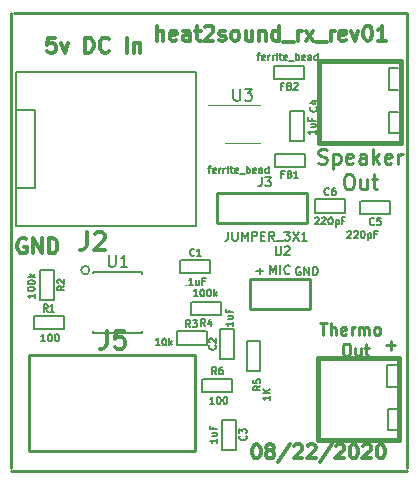
<source format=gbr>
G04 #@! TF.GenerationSoftware,KiCad,Pcbnew,5.1.5-52549c5~86~ubuntu18.04.1*
G04 #@! TF.CreationDate,2020-08-23T11:51:57-07:00*
G04 #@! TF.ProjectId,heat2sound_rx_rev01,68656174-3273-46f7-956e-645f72785f72,rev?*
G04 #@! TF.SameCoordinates,Original*
G04 #@! TF.FileFunction,Legend,Top*
G04 #@! TF.FilePolarity,Positive*
%FSLAX46Y46*%
G04 Gerber Fmt 4.6, Leading zero omitted, Abs format (unit mm)*
G04 Created by KiCad (PCBNEW 5.1.5-52549c5~86~ubuntu18.04.1) date 2020-08-23 11:51:57*
%MOMM*%
%LPD*%
G04 APERTURE LIST*
%ADD10C,0.250000*%
%ADD11C,0.175000*%
%ADD12C,0.254000*%
%ADD13C,0.300000*%
%ADD14C,0.317500*%
%ADD15C,0.304800*%
%ADD16C,0.127000*%
%ADD17C,0.200660*%
%ADD18C,0.150000*%
%ADD19C,0.381000*%
%ADD20C,0.200000*%
%ADD21C,0.120000*%
%ADD22C,0.190500*%
G04 APERTURE END LIST*
D10*
X183719047Y-125371428D02*
X184480952Y-125371428D01*
X184100000Y-125752380D02*
X184100000Y-124990476D01*
D11*
X176466666Y-118750000D02*
X176400000Y-118716666D01*
X176300000Y-118716666D01*
X176200000Y-118750000D01*
X176133333Y-118816666D01*
X176100000Y-118883333D01*
X176066666Y-119016666D01*
X176066666Y-119116666D01*
X176100000Y-119250000D01*
X176133333Y-119316666D01*
X176200000Y-119383333D01*
X176300000Y-119416666D01*
X176366666Y-119416666D01*
X176466666Y-119383333D01*
X176500000Y-119350000D01*
X176500000Y-119116666D01*
X176366666Y-119116666D01*
X176800000Y-119416666D02*
X176800000Y-118716666D01*
X177200000Y-119416666D01*
X177200000Y-118716666D01*
X177533333Y-119416666D02*
X177533333Y-118716666D01*
X177700000Y-118716666D01*
X177800000Y-118750000D01*
X177866666Y-118816666D01*
X177900000Y-118883333D01*
X177933333Y-119016666D01*
X177933333Y-119116666D01*
X177900000Y-119250000D01*
X177866666Y-119316666D01*
X177800000Y-119383333D01*
X177700000Y-119416666D01*
X177533333Y-119416666D01*
X172733333Y-119050000D02*
X173266666Y-119050000D01*
X173000000Y-119316666D02*
X173000000Y-118783333D01*
D12*
X152000000Y-135750000D02*
X152000000Y-97250000D01*
X185500000Y-136000000D02*
X152000000Y-136000000D01*
X185500000Y-97250000D02*
X185500000Y-135750000D01*
X152250000Y-97250000D02*
X185500000Y-97250000D01*
D13*
X172685714Y-133742857D02*
X172800000Y-133742857D01*
X172914285Y-133800000D01*
X172971428Y-133857142D01*
X173028571Y-133971428D01*
X173085714Y-134200000D01*
X173085714Y-134485714D01*
X173028571Y-134714285D01*
X172971428Y-134828571D01*
X172914285Y-134885714D01*
X172800000Y-134942857D01*
X172685714Y-134942857D01*
X172571428Y-134885714D01*
X172514285Y-134828571D01*
X172457142Y-134714285D01*
X172400000Y-134485714D01*
X172400000Y-134200000D01*
X172457142Y-133971428D01*
X172514285Y-133857142D01*
X172571428Y-133800000D01*
X172685714Y-133742857D01*
X173771428Y-134257142D02*
X173657142Y-134200000D01*
X173600000Y-134142857D01*
X173542857Y-134028571D01*
X173542857Y-133971428D01*
X173600000Y-133857142D01*
X173657142Y-133800000D01*
X173771428Y-133742857D01*
X174000000Y-133742857D01*
X174114285Y-133800000D01*
X174171428Y-133857142D01*
X174228571Y-133971428D01*
X174228571Y-134028571D01*
X174171428Y-134142857D01*
X174114285Y-134200000D01*
X174000000Y-134257142D01*
X173771428Y-134257142D01*
X173657142Y-134314285D01*
X173600000Y-134371428D01*
X173542857Y-134485714D01*
X173542857Y-134714285D01*
X173600000Y-134828571D01*
X173657142Y-134885714D01*
X173771428Y-134942857D01*
X174000000Y-134942857D01*
X174114285Y-134885714D01*
X174171428Y-134828571D01*
X174228571Y-134714285D01*
X174228571Y-134485714D01*
X174171428Y-134371428D01*
X174114285Y-134314285D01*
X174000000Y-134257142D01*
X175600000Y-133685714D02*
X174571428Y-135228571D01*
X175942857Y-133857142D02*
X176000000Y-133800000D01*
X176114285Y-133742857D01*
X176400000Y-133742857D01*
X176514285Y-133800000D01*
X176571428Y-133857142D01*
X176628571Y-133971428D01*
X176628571Y-134085714D01*
X176571428Y-134257142D01*
X175885714Y-134942857D01*
X176628571Y-134942857D01*
X177085714Y-133857142D02*
X177142857Y-133800000D01*
X177257142Y-133742857D01*
X177542857Y-133742857D01*
X177657142Y-133800000D01*
X177714285Y-133857142D01*
X177771428Y-133971428D01*
X177771428Y-134085714D01*
X177714285Y-134257142D01*
X177028571Y-134942857D01*
X177771428Y-134942857D01*
X179142857Y-133685714D02*
X178114285Y-135228571D01*
X179485714Y-133857142D02*
X179542857Y-133800000D01*
X179657142Y-133742857D01*
X179942857Y-133742857D01*
X180057142Y-133800000D01*
X180114285Y-133857142D01*
X180171428Y-133971428D01*
X180171428Y-134085714D01*
X180114285Y-134257142D01*
X179428571Y-134942857D01*
X180171428Y-134942857D01*
X180914285Y-133742857D02*
X181028571Y-133742857D01*
X181142857Y-133800000D01*
X181200000Y-133857142D01*
X181257142Y-133971428D01*
X181314285Y-134200000D01*
X181314285Y-134485714D01*
X181257142Y-134714285D01*
X181200000Y-134828571D01*
X181142857Y-134885714D01*
X181028571Y-134942857D01*
X180914285Y-134942857D01*
X180800000Y-134885714D01*
X180742857Y-134828571D01*
X180685714Y-134714285D01*
X180628571Y-134485714D01*
X180628571Y-134200000D01*
X180685714Y-133971428D01*
X180742857Y-133857142D01*
X180800000Y-133800000D01*
X180914285Y-133742857D01*
X181771428Y-133857142D02*
X181828571Y-133800000D01*
X181942857Y-133742857D01*
X182228571Y-133742857D01*
X182342857Y-133800000D01*
X182400000Y-133857142D01*
X182457142Y-133971428D01*
X182457142Y-134085714D01*
X182400000Y-134257142D01*
X181714285Y-134942857D01*
X182457142Y-134942857D01*
X183200000Y-133742857D02*
X183314285Y-133742857D01*
X183428571Y-133800000D01*
X183485714Y-133857142D01*
X183542857Y-133971428D01*
X183600000Y-134200000D01*
X183600000Y-134485714D01*
X183542857Y-134714285D01*
X183485714Y-134828571D01*
X183428571Y-134885714D01*
X183314285Y-134942857D01*
X183200000Y-134942857D01*
X183085714Y-134885714D01*
X183028571Y-134828571D01*
X182971428Y-134714285D01*
X182914285Y-134485714D01*
X182914285Y-134200000D01*
X182971428Y-133971428D01*
X183028571Y-133857142D01*
X183085714Y-133800000D01*
X183200000Y-133742857D01*
D10*
X178123809Y-123477380D02*
X178695238Y-123477380D01*
X178409523Y-124477380D02*
X178409523Y-123477380D01*
X179028571Y-124477380D02*
X179028571Y-123477380D01*
X179457142Y-124477380D02*
X179457142Y-123953571D01*
X179409523Y-123858333D01*
X179314285Y-123810714D01*
X179171428Y-123810714D01*
X179076190Y-123858333D01*
X179028571Y-123905952D01*
X180314285Y-124429761D02*
X180219047Y-124477380D01*
X180028571Y-124477380D01*
X179933333Y-124429761D01*
X179885714Y-124334523D01*
X179885714Y-123953571D01*
X179933333Y-123858333D01*
X180028571Y-123810714D01*
X180219047Y-123810714D01*
X180314285Y-123858333D01*
X180361904Y-123953571D01*
X180361904Y-124048809D01*
X179885714Y-124144047D01*
X180790476Y-124477380D02*
X180790476Y-123810714D01*
X180790476Y-124001190D02*
X180838095Y-123905952D01*
X180885714Y-123858333D01*
X180980952Y-123810714D01*
X181076190Y-123810714D01*
X181409523Y-124477380D02*
X181409523Y-123810714D01*
X181409523Y-123905952D02*
X181457142Y-123858333D01*
X181552380Y-123810714D01*
X181695238Y-123810714D01*
X181790476Y-123858333D01*
X181838095Y-123953571D01*
X181838095Y-124477380D01*
X181838095Y-123953571D02*
X181885714Y-123858333D01*
X181980952Y-123810714D01*
X182123809Y-123810714D01*
X182219047Y-123858333D01*
X182266666Y-123953571D01*
X182266666Y-124477380D01*
X182885714Y-124477380D02*
X182790476Y-124429761D01*
X182742857Y-124382142D01*
X182695238Y-124286904D01*
X182695238Y-124001190D01*
X182742857Y-123905952D01*
X182790476Y-123858333D01*
X182885714Y-123810714D01*
X183028571Y-123810714D01*
X183123809Y-123858333D01*
X183171428Y-123905952D01*
X183219047Y-124001190D01*
X183219047Y-124286904D01*
X183171428Y-124382142D01*
X183123809Y-124429761D01*
X183028571Y-124477380D01*
X182885714Y-124477380D01*
X180266666Y-125227380D02*
X180457142Y-125227380D01*
X180552380Y-125275000D01*
X180647619Y-125370238D01*
X180695238Y-125560714D01*
X180695238Y-125894047D01*
X180647619Y-126084523D01*
X180552380Y-126179761D01*
X180457142Y-126227380D01*
X180266666Y-126227380D01*
X180171428Y-126179761D01*
X180076190Y-126084523D01*
X180028571Y-125894047D01*
X180028571Y-125560714D01*
X180076190Y-125370238D01*
X180171428Y-125275000D01*
X180266666Y-125227380D01*
X181552380Y-125560714D02*
X181552380Y-126227380D01*
X181123809Y-125560714D02*
X181123809Y-126084523D01*
X181171428Y-126179761D01*
X181266666Y-126227380D01*
X181409523Y-126227380D01*
X181504761Y-126179761D01*
X181552380Y-126132142D01*
X181885714Y-125560714D02*
X182266666Y-125560714D01*
X182028571Y-125227380D02*
X182028571Y-126084523D01*
X182076190Y-126179761D01*
X182171428Y-126227380D01*
X182266666Y-126227380D01*
X177992380Y-109936547D02*
X178173809Y-109997023D01*
X178476190Y-109997023D01*
X178597142Y-109936547D01*
X178657619Y-109876071D01*
X178718095Y-109755119D01*
X178718095Y-109634166D01*
X178657619Y-109513214D01*
X178597142Y-109452738D01*
X178476190Y-109392261D01*
X178234285Y-109331785D01*
X178113333Y-109271309D01*
X178052857Y-109210833D01*
X177992380Y-109089880D01*
X177992380Y-108968928D01*
X178052857Y-108847976D01*
X178113333Y-108787500D01*
X178234285Y-108727023D01*
X178536666Y-108727023D01*
X178718095Y-108787500D01*
X179262380Y-109150357D02*
X179262380Y-110420357D01*
X179262380Y-109210833D02*
X179383333Y-109150357D01*
X179625238Y-109150357D01*
X179746190Y-109210833D01*
X179806666Y-109271309D01*
X179867142Y-109392261D01*
X179867142Y-109755119D01*
X179806666Y-109876071D01*
X179746190Y-109936547D01*
X179625238Y-109997023D01*
X179383333Y-109997023D01*
X179262380Y-109936547D01*
X180895238Y-109936547D02*
X180774285Y-109997023D01*
X180532380Y-109997023D01*
X180411428Y-109936547D01*
X180350952Y-109815595D01*
X180350952Y-109331785D01*
X180411428Y-109210833D01*
X180532380Y-109150357D01*
X180774285Y-109150357D01*
X180895238Y-109210833D01*
X180955714Y-109331785D01*
X180955714Y-109452738D01*
X180350952Y-109573690D01*
X182044285Y-109997023D02*
X182044285Y-109331785D01*
X181983809Y-109210833D01*
X181862857Y-109150357D01*
X181620952Y-109150357D01*
X181500000Y-109210833D01*
X182044285Y-109936547D02*
X181923333Y-109997023D01*
X181620952Y-109997023D01*
X181500000Y-109936547D01*
X181439523Y-109815595D01*
X181439523Y-109694642D01*
X181500000Y-109573690D01*
X181620952Y-109513214D01*
X181923333Y-109513214D01*
X182044285Y-109452738D01*
X182649047Y-109997023D02*
X182649047Y-108727023D01*
X182770000Y-109513214D02*
X183132857Y-109997023D01*
X183132857Y-109150357D02*
X182649047Y-109634166D01*
X184160952Y-109936547D02*
X184040000Y-109997023D01*
X183798095Y-109997023D01*
X183677142Y-109936547D01*
X183616666Y-109815595D01*
X183616666Y-109331785D01*
X183677142Y-109210833D01*
X183798095Y-109150357D01*
X184040000Y-109150357D01*
X184160952Y-109210833D01*
X184221428Y-109331785D01*
X184221428Y-109452738D01*
X183616666Y-109573690D01*
X184765714Y-109997023D02*
X184765714Y-109150357D01*
X184765714Y-109392261D02*
X184826190Y-109271309D01*
X184886666Y-109210833D01*
X185007619Y-109150357D01*
X185128571Y-109150357D01*
X180441666Y-110882023D02*
X180683571Y-110882023D01*
X180804523Y-110942500D01*
X180925476Y-111063452D01*
X180985952Y-111305357D01*
X180985952Y-111728690D01*
X180925476Y-111970595D01*
X180804523Y-112091547D01*
X180683571Y-112152023D01*
X180441666Y-112152023D01*
X180320714Y-112091547D01*
X180199761Y-111970595D01*
X180139285Y-111728690D01*
X180139285Y-111305357D01*
X180199761Y-111063452D01*
X180320714Y-110942500D01*
X180441666Y-110882023D01*
X182074523Y-111305357D02*
X182074523Y-112152023D01*
X181530238Y-111305357D02*
X181530238Y-111970595D01*
X181590714Y-112091547D01*
X181711666Y-112152023D01*
X181893095Y-112152023D01*
X182014047Y-112091547D01*
X182074523Y-112031071D01*
X182497857Y-111305357D02*
X182981666Y-111305357D01*
X182679285Y-110882023D02*
X182679285Y-111970595D01*
X182739761Y-112091547D01*
X182860714Y-112152023D01*
X182981666Y-112152023D01*
D14*
X164323809Y-99574523D02*
X164323809Y-98304523D01*
X164868095Y-99574523D02*
X164868095Y-98909285D01*
X164807619Y-98788333D01*
X164686666Y-98727857D01*
X164505238Y-98727857D01*
X164384285Y-98788333D01*
X164323809Y-98848809D01*
X165956666Y-99514047D02*
X165835714Y-99574523D01*
X165593809Y-99574523D01*
X165472857Y-99514047D01*
X165412380Y-99393095D01*
X165412380Y-98909285D01*
X165472857Y-98788333D01*
X165593809Y-98727857D01*
X165835714Y-98727857D01*
X165956666Y-98788333D01*
X166017142Y-98909285D01*
X166017142Y-99030238D01*
X165412380Y-99151190D01*
X167105714Y-99574523D02*
X167105714Y-98909285D01*
X167045238Y-98788333D01*
X166924285Y-98727857D01*
X166682380Y-98727857D01*
X166561428Y-98788333D01*
X167105714Y-99514047D02*
X166984761Y-99574523D01*
X166682380Y-99574523D01*
X166561428Y-99514047D01*
X166500952Y-99393095D01*
X166500952Y-99272142D01*
X166561428Y-99151190D01*
X166682380Y-99090714D01*
X166984761Y-99090714D01*
X167105714Y-99030238D01*
X167529047Y-98727857D02*
X168012857Y-98727857D01*
X167710476Y-98304523D02*
X167710476Y-99393095D01*
X167770952Y-99514047D01*
X167891904Y-99574523D01*
X168012857Y-99574523D01*
X168375714Y-98425476D02*
X168436190Y-98365000D01*
X168557142Y-98304523D01*
X168859523Y-98304523D01*
X168980476Y-98365000D01*
X169040952Y-98425476D01*
X169101428Y-98546428D01*
X169101428Y-98667380D01*
X169040952Y-98848809D01*
X168315238Y-99574523D01*
X169101428Y-99574523D01*
X169585238Y-99514047D02*
X169706190Y-99574523D01*
X169948095Y-99574523D01*
X170069047Y-99514047D01*
X170129523Y-99393095D01*
X170129523Y-99332619D01*
X170069047Y-99211666D01*
X169948095Y-99151190D01*
X169766666Y-99151190D01*
X169645714Y-99090714D01*
X169585238Y-98969761D01*
X169585238Y-98909285D01*
X169645714Y-98788333D01*
X169766666Y-98727857D01*
X169948095Y-98727857D01*
X170069047Y-98788333D01*
X170855238Y-99574523D02*
X170734285Y-99514047D01*
X170673809Y-99453571D01*
X170613333Y-99332619D01*
X170613333Y-98969761D01*
X170673809Y-98848809D01*
X170734285Y-98788333D01*
X170855238Y-98727857D01*
X171036666Y-98727857D01*
X171157619Y-98788333D01*
X171218095Y-98848809D01*
X171278571Y-98969761D01*
X171278571Y-99332619D01*
X171218095Y-99453571D01*
X171157619Y-99514047D01*
X171036666Y-99574523D01*
X170855238Y-99574523D01*
X172367142Y-98727857D02*
X172367142Y-99574523D01*
X171822857Y-98727857D02*
X171822857Y-99393095D01*
X171883333Y-99514047D01*
X172004285Y-99574523D01*
X172185714Y-99574523D01*
X172306666Y-99514047D01*
X172367142Y-99453571D01*
X172971904Y-98727857D02*
X172971904Y-99574523D01*
X172971904Y-98848809D02*
X173032380Y-98788333D01*
X173153333Y-98727857D01*
X173334761Y-98727857D01*
X173455714Y-98788333D01*
X173516190Y-98909285D01*
X173516190Y-99574523D01*
X174665238Y-99574523D02*
X174665238Y-98304523D01*
X174665238Y-99514047D02*
X174544285Y-99574523D01*
X174302380Y-99574523D01*
X174181428Y-99514047D01*
X174120952Y-99453571D01*
X174060476Y-99332619D01*
X174060476Y-98969761D01*
X174120952Y-98848809D01*
X174181428Y-98788333D01*
X174302380Y-98727857D01*
X174544285Y-98727857D01*
X174665238Y-98788333D01*
X174967619Y-99695476D02*
X175935238Y-99695476D01*
X176237619Y-99574523D02*
X176237619Y-98727857D01*
X176237619Y-98969761D02*
X176298095Y-98848809D01*
X176358571Y-98788333D01*
X176479523Y-98727857D01*
X176600476Y-98727857D01*
X176902857Y-99574523D02*
X177568095Y-98727857D01*
X176902857Y-98727857D02*
X177568095Y-99574523D01*
X177749523Y-99695476D02*
X178717142Y-99695476D01*
X179019523Y-99574523D02*
X179019523Y-98727857D01*
X179019523Y-98969761D02*
X179080000Y-98848809D01*
X179140476Y-98788333D01*
X179261428Y-98727857D01*
X179382380Y-98727857D01*
X180289523Y-99514047D02*
X180168571Y-99574523D01*
X179926666Y-99574523D01*
X179805714Y-99514047D01*
X179745238Y-99393095D01*
X179745238Y-98909285D01*
X179805714Y-98788333D01*
X179926666Y-98727857D01*
X180168571Y-98727857D01*
X180289523Y-98788333D01*
X180350000Y-98909285D01*
X180350000Y-99030238D01*
X179745238Y-99151190D01*
X180773333Y-98727857D02*
X181075714Y-99574523D01*
X181378095Y-98727857D01*
X182103809Y-98304523D02*
X182224761Y-98304523D01*
X182345714Y-98365000D01*
X182406190Y-98425476D01*
X182466666Y-98546428D01*
X182527142Y-98788333D01*
X182527142Y-99090714D01*
X182466666Y-99332619D01*
X182406190Y-99453571D01*
X182345714Y-99514047D01*
X182224761Y-99574523D01*
X182103809Y-99574523D01*
X181982857Y-99514047D01*
X181922380Y-99453571D01*
X181861904Y-99332619D01*
X181801428Y-99090714D01*
X181801428Y-98788333D01*
X181861904Y-98546428D01*
X181922380Y-98425476D01*
X181982857Y-98365000D01*
X182103809Y-98304523D01*
X183736666Y-99574523D02*
X183010952Y-99574523D01*
X183373809Y-99574523D02*
X183373809Y-98304523D01*
X183252857Y-98485952D01*
X183131904Y-98606904D01*
X183010952Y-98667380D01*
D15*
X153232380Y-116365000D02*
X153111428Y-116304523D01*
X152930000Y-116304523D01*
X152748571Y-116365000D01*
X152627619Y-116485952D01*
X152567142Y-116606904D01*
X152506666Y-116848809D01*
X152506666Y-117030238D01*
X152567142Y-117272142D01*
X152627619Y-117393095D01*
X152748571Y-117514047D01*
X152930000Y-117574523D01*
X153050952Y-117574523D01*
X153232380Y-117514047D01*
X153292857Y-117453571D01*
X153292857Y-117030238D01*
X153050952Y-117030238D01*
X153837142Y-117574523D02*
X153837142Y-116304523D01*
X154562857Y-117574523D01*
X154562857Y-116304523D01*
X155167619Y-117574523D02*
X155167619Y-116304523D01*
X155470000Y-116304523D01*
X155651428Y-116365000D01*
X155772380Y-116485952D01*
X155832857Y-116606904D01*
X155893333Y-116848809D01*
X155893333Y-117030238D01*
X155832857Y-117272142D01*
X155772380Y-117393095D01*
X155651428Y-117514047D01*
X155470000Y-117574523D01*
X155167619Y-117574523D01*
X155704047Y-99304523D02*
X155099285Y-99304523D01*
X155038809Y-99909285D01*
X155099285Y-99848809D01*
X155220238Y-99788333D01*
X155522619Y-99788333D01*
X155643571Y-99848809D01*
X155704047Y-99909285D01*
X155764523Y-100030238D01*
X155764523Y-100332619D01*
X155704047Y-100453571D01*
X155643571Y-100514047D01*
X155522619Y-100574523D01*
X155220238Y-100574523D01*
X155099285Y-100514047D01*
X155038809Y-100453571D01*
X156187857Y-99727857D02*
X156490238Y-100574523D01*
X156792619Y-99727857D01*
X158244047Y-100574523D02*
X158244047Y-99304523D01*
X158546428Y-99304523D01*
X158727857Y-99365000D01*
X158848809Y-99485952D01*
X158909285Y-99606904D01*
X158969761Y-99848809D01*
X158969761Y-100030238D01*
X158909285Y-100272142D01*
X158848809Y-100393095D01*
X158727857Y-100514047D01*
X158546428Y-100574523D01*
X158244047Y-100574523D01*
X160239761Y-100453571D02*
X160179285Y-100514047D01*
X159997857Y-100574523D01*
X159876904Y-100574523D01*
X159695476Y-100514047D01*
X159574523Y-100393095D01*
X159514047Y-100272142D01*
X159453571Y-100030238D01*
X159453571Y-99848809D01*
X159514047Y-99606904D01*
X159574523Y-99485952D01*
X159695476Y-99365000D01*
X159876904Y-99304523D01*
X159997857Y-99304523D01*
X160179285Y-99365000D01*
X160239761Y-99425476D01*
X161751666Y-100574523D02*
X161751666Y-99304523D01*
X162356428Y-99727857D02*
X162356428Y-100574523D01*
X162356428Y-99848809D02*
X162416904Y-99788333D01*
X162537857Y-99727857D01*
X162719285Y-99727857D01*
X162840238Y-99788333D01*
X162900714Y-99909285D01*
X162900714Y-100574523D01*
D12*
X177250000Y-119730000D02*
X172250000Y-119730000D01*
X177270000Y-119730000D02*
X177270000Y-122270000D01*
X177250000Y-122285240D02*
X172250000Y-122285240D01*
X172214760Y-122285240D02*
X172214760Y-119724920D01*
X167500000Y-134300000D02*
X167500000Y-126200000D01*
X153500000Y-134334320D02*
X167500000Y-134334320D01*
X153500000Y-126200000D02*
X153500000Y-134300000D01*
X167500000Y-126180920D02*
X153500000Y-126170760D01*
D16*
X166310000Y-119270000D02*
X166310000Y-118130000D01*
X168830000Y-119270000D02*
X166330000Y-119270000D01*
X168850000Y-118130000D02*
X168850000Y-119270000D01*
X166330000Y-118130000D02*
X168830000Y-118130000D01*
X169680000Y-126500000D02*
X169680000Y-124000000D01*
X169680000Y-123980000D02*
X170820000Y-123980000D01*
X170820000Y-124000000D02*
X170820000Y-126500000D01*
X170820000Y-126520000D02*
X169680000Y-126520000D01*
X171000000Y-131668160D02*
X171000000Y-134168160D01*
X171000000Y-134188160D02*
X169860000Y-134188160D01*
X169860000Y-134168160D02*
X169860000Y-131668160D01*
X169860000Y-131648160D02*
X171000000Y-131648160D01*
X176740000Y-108060000D02*
X175600000Y-108060000D01*
X176740000Y-105540000D02*
X176740000Y-108040000D01*
X175600000Y-105520000D02*
X176740000Y-105520000D01*
X175600000Y-108040000D02*
X175600000Y-105540000D01*
X184051840Y-114260000D02*
X181551840Y-114260000D01*
X181531840Y-114260000D02*
X181531840Y-113120000D01*
X181551840Y-113120000D02*
X184051840Y-113120000D01*
X184071840Y-113120000D02*
X184071840Y-114260000D01*
X177700000Y-114130000D02*
X177700000Y-112990000D01*
X180220000Y-114130000D02*
X177720000Y-114130000D01*
X180240000Y-112990000D02*
X180240000Y-114130000D01*
X177720000Y-112990000D02*
X180220000Y-112990000D01*
X174311840Y-109130000D02*
X176811840Y-109130000D01*
X176811840Y-110270000D02*
X174311840Y-110270000D01*
X174291840Y-110270000D02*
X174291840Y-109130000D01*
X176831840Y-110270000D02*
X176831840Y-109130000D01*
X176771840Y-102820000D02*
X176771840Y-101680000D01*
X174231840Y-102820000D02*
X174231840Y-101680000D01*
X176751840Y-102820000D02*
X174251840Y-102820000D01*
X174251840Y-101680000D02*
X176751840Y-101680000D01*
X152400000Y-112050000D02*
X153950000Y-112050000D01*
X153950000Y-112050000D02*
X153950000Y-105450000D01*
X153950000Y-105450000D02*
X152425000Y-105450000D01*
D17*
X167599680Y-115252400D02*
X152400320Y-115252400D01*
X152400320Y-115252400D02*
X152400320Y-102247600D01*
X152400320Y-102247600D02*
X167599680Y-102247600D01*
X167599680Y-102247600D02*
X167599680Y-115252400D01*
D12*
X177060000Y-112480000D02*
X169440000Y-112480000D01*
X177060000Y-112480000D02*
X177060000Y-115020000D01*
X177060000Y-115035240D02*
X169440000Y-115035240D01*
X169440000Y-115035240D02*
X169440000Y-112474920D01*
D18*
X183850000Y-132550000D02*
X184675000Y-132550000D01*
X183850000Y-130725000D02*
X183850000Y-132550000D01*
X184650000Y-130725000D02*
X183850000Y-130725000D01*
X184625000Y-127050000D02*
X183825000Y-127050000D01*
X183825000Y-127050000D02*
X183825000Y-128875000D01*
X183825000Y-128875000D02*
X184650000Y-128875000D01*
D19*
X184850000Y-126399880D02*
X177950000Y-126399880D01*
X177950000Y-126399880D02*
X177950000Y-133400120D01*
X177950000Y-133400120D02*
X184850000Y-133400120D01*
X184850000Y-133400120D02*
X184850000Y-126399880D01*
D18*
X183950000Y-107400000D02*
X184775000Y-107400000D01*
X183950000Y-105575000D02*
X183950000Y-107400000D01*
X184750000Y-105575000D02*
X183950000Y-105575000D01*
X184725000Y-101900000D02*
X183925000Y-101900000D01*
X183925000Y-101900000D02*
X183925000Y-103725000D01*
X183925000Y-103725000D02*
X184750000Y-103725000D01*
D19*
X184950000Y-101249880D02*
X178050000Y-101249880D01*
X178050000Y-101249880D02*
X178050000Y-108250120D01*
X178050000Y-108250120D02*
X184950000Y-108250120D01*
X184950000Y-108250120D02*
X184950000Y-101249880D01*
D16*
X153900000Y-122860000D02*
X153900000Y-124000000D01*
X156440000Y-122860000D02*
X156440000Y-124000000D01*
X153920000Y-122860000D02*
X156420000Y-122860000D01*
X156420000Y-124000000D02*
X153920000Y-124000000D01*
X155570000Y-118980000D02*
X154430000Y-118980000D01*
X155570000Y-121520000D02*
X154430000Y-121520000D01*
X155570000Y-119000000D02*
X155570000Y-121500000D01*
X154430000Y-121500000D02*
X154430000Y-119000000D01*
X165980000Y-124180000D02*
X165980000Y-125320000D01*
X168520000Y-124180000D02*
X168520000Y-125320000D01*
X166000000Y-124180000D02*
X168500000Y-124180000D01*
X168500000Y-125320000D02*
X166000000Y-125320000D01*
X167251840Y-121680000D02*
X169751840Y-121680000D01*
X169751840Y-122820000D02*
X167251840Y-122820000D01*
X167231840Y-122820000D02*
X167231840Y-121680000D01*
X169771840Y-122820000D02*
X169771840Y-121680000D01*
X173070000Y-124998160D02*
X173070000Y-127498160D01*
X171930000Y-127498160D02*
X171930000Y-124998160D01*
X171930000Y-124978160D02*
X173070000Y-124978160D01*
X171930000Y-127518160D02*
X173070000Y-127518160D01*
X170691840Y-129320000D02*
X168191840Y-129320000D01*
X168191840Y-128180000D02*
X170691840Y-128180000D01*
X170711840Y-128180000D02*
X170711840Y-129320000D01*
X168171840Y-128180000D02*
X168171840Y-129320000D01*
D20*
X158603553Y-119000000D02*
G75*
G03X158603553Y-119000000I-353553J0D01*
G01*
D18*
X158925000Y-119175000D02*
X158925000Y-119225000D01*
X163075000Y-119175000D02*
X163075000Y-119320000D01*
X163075000Y-124325000D02*
X163075000Y-124180000D01*
X158925000Y-124325000D02*
X158925000Y-124180000D01*
X158925000Y-119175000D02*
X163075000Y-119175000D01*
X158925000Y-124325000D02*
X163075000Y-124325000D01*
D21*
X171560000Y-108260000D02*
X173060000Y-108260000D01*
X171560000Y-108260000D02*
X170060000Y-108260000D01*
X171560000Y-105040000D02*
X173060000Y-105040000D01*
X171560000Y-105040000D02*
X168635000Y-105040000D01*
D22*
X174369428Y-116985714D02*
X174369428Y-117602571D01*
X174405714Y-117675142D01*
X174442000Y-117711428D01*
X174514571Y-117747714D01*
X174659714Y-117747714D01*
X174732285Y-117711428D01*
X174768571Y-117675142D01*
X174804857Y-117602571D01*
X174804857Y-116985714D01*
X175131428Y-117058285D02*
X175167714Y-117022000D01*
X175240285Y-116985714D01*
X175421714Y-116985714D01*
X175494285Y-117022000D01*
X175530571Y-117058285D01*
X175566857Y-117130857D01*
X175566857Y-117203428D01*
X175530571Y-117312285D01*
X175095142Y-117747714D01*
X175566857Y-117747714D01*
X173883571Y-119344714D02*
X173883571Y-118582714D01*
X174137571Y-119127000D01*
X174391571Y-118582714D01*
X174391571Y-119344714D01*
X174754428Y-119344714D02*
X174754428Y-118582714D01*
X175552714Y-119272142D02*
X175516428Y-119308428D01*
X175407571Y-119344714D01*
X175335000Y-119344714D01*
X175226142Y-119308428D01*
X175153571Y-119235857D01*
X175117285Y-119163285D01*
X175081000Y-119018142D01*
X175081000Y-118909285D01*
X175117285Y-118764142D01*
X175153571Y-118691571D01*
X175226142Y-118619000D01*
X175335000Y-118582714D01*
X175407571Y-118582714D01*
X175516428Y-118619000D01*
X175552714Y-118655285D01*
D15*
X160093600Y-124106828D02*
X160093600Y-125195400D01*
X160021028Y-125413114D01*
X159875885Y-125558257D01*
X159658171Y-125630828D01*
X159513028Y-125630828D01*
X161545028Y-124106828D02*
X160819314Y-124106828D01*
X160746742Y-124832542D01*
X160819314Y-124759971D01*
X160964457Y-124687400D01*
X161327314Y-124687400D01*
X161472457Y-124759971D01*
X161545028Y-124832542D01*
X161617600Y-124977685D01*
X161617600Y-125340542D01*
X161545028Y-125485685D01*
X161472457Y-125558257D01*
X161327314Y-125630828D01*
X160964457Y-125630828D01*
X160819314Y-125558257D01*
X160746742Y-125485685D01*
D18*
X167480000Y-117714285D02*
X167451428Y-117742857D01*
X167365714Y-117771428D01*
X167308571Y-117771428D01*
X167222857Y-117742857D01*
X167165714Y-117685714D01*
X167137142Y-117628571D01*
X167108571Y-117514285D01*
X167108571Y-117428571D01*
X167137142Y-117314285D01*
X167165714Y-117257142D01*
X167222857Y-117200000D01*
X167308571Y-117171428D01*
X167365714Y-117171428D01*
X167451428Y-117200000D01*
X167480000Y-117228571D01*
X168051428Y-117771428D02*
X167708571Y-117771428D01*
X167880000Y-117771428D02*
X167880000Y-117171428D01*
X167822857Y-117257142D01*
X167765714Y-117314285D01*
X167708571Y-117342857D01*
X166765714Y-120214285D02*
X166794285Y-120242857D01*
X166765714Y-120271428D01*
X166737142Y-120242857D01*
X166765714Y-120214285D01*
X166765714Y-120271428D01*
X167365714Y-120271428D02*
X167022857Y-120271428D01*
X167194285Y-120271428D02*
X167194285Y-119671428D01*
X167137142Y-119757142D01*
X167080000Y-119814285D01*
X167022857Y-119842857D01*
X167880000Y-119871428D02*
X167880000Y-120271428D01*
X167622857Y-119871428D02*
X167622857Y-120185714D01*
X167651428Y-120242857D01*
X167708571Y-120271428D01*
X167794285Y-120271428D01*
X167851428Y-120242857D01*
X167880000Y-120214285D01*
X168365714Y-119957142D02*
X168165714Y-119957142D01*
X168165714Y-120271428D02*
X168165714Y-119671428D01*
X168451428Y-119671428D01*
X169264285Y-125350000D02*
X169292857Y-125378571D01*
X169321428Y-125464285D01*
X169321428Y-125521428D01*
X169292857Y-125607142D01*
X169235714Y-125664285D01*
X169178571Y-125692857D01*
X169064285Y-125721428D01*
X168978571Y-125721428D01*
X168864285Y-125692857D01*
X168807142Y-125664285D01*
X168750000Y-125607142D01*
X168721428Y-125521428D01*
X168721428Y-125464285D01*
X168750000Y-125378571D01*
X168778571Y-125350000D01*
X168778571Y-125121428D02*
X168750000Y-125092857D01*
X168721428Y-125035714D01*
X168721428Y-124892857D01*
X168750000Y-124835714D01*
X168778571Y-124807142D01*
X168835714Y-124778571D01*
X168892857Y-124778571D01*
X168978571Y-124807142D01*
X169321428Y-125150000D01*
X169321428Y-124778571D01*
X170771428Y-123357142D02*
X170771428Y-123700000D01*
X170771428Y-123528571D02*
X170171428Y-123528571D01*
X170257142Y-123585714D01*
X170314285Y-123642857D01*
X170342857Y-123700000D01*
X170371428Y-122842857D02*
X170771428Y-122842857D01*
X170371428Y-123100000D02*
X170685714Y-123100000D01*
X170742857Y-123071428D01*
X170771428Y-123014285D01*
X170771428Y-122928571D01*
X170742857Y-122871428D01*
X170714285Y-122842857D01*
X170457142Y-122357142D02*
X170457142Y-122557142D01*
X170771428Y-122557142D02*
X170171428Y-122557142D01*
X170171428Y-122271428D01*
X171844285Y-133018160D02*
X171872857Y-133046731D01*
X171901428Y-133132445D01*
X171901428Y-133189588D01*
X171872857Y-133275302D01*
X171815714Y-133332445D01*
X171758571Y-133361017D01*
X171644285Y-133389588D01*
X171558571Y-133389588D01*
X171444285Y-133361017D01*
X171387142Y-133332445D01*
X171330000Y-133275302D01*
X171301428Y-133189588D01*
X171301428Y-133132445D01*
X171330000Y-133046731D01*
X171358571Y-133018160D01*
X171301428Y-132818160D02*
X171301428Y-132446731D01*
X171530000Y-132646731D01*
X171530000Y-132561017D01*
X171558571Y-132503874D01*
X171587142Y-132475302D01*
X171644285Y-132446731D01*
X171787142Y-132446731D01*
X171844285Y-132475302D01*
X171872857Y-132503874D01*
X171901428Y-132561017D01*
X171901428Y-132732445D01*
X171872857Y-132789588D01*
X171844285Y-132818160D01*
X169401428Y-133275302D02*
X169401428Y-133618160D01*
X169401428Y-133446731D02*
X168801428Y-133446731D01*
X168887142Y-133503874D01*
X168944285Y-133561017D01*
X168972857Y-133618160D01*
X169001428Y-132761017D02*
X169401428Y-132761017D01*
X169001428Y-133018160D02*
X169315714Y-133018160D01*
X169372857Y-132989588D01*
X169401428Y-132932445D01*
X169401428Y-132846731D01*
X169372857Y-132789588D01*
X169344285Y-132761017D01*
X169087142Y-132275302D02*
X169087142Y-132475302D01*
X169401428Y-132475302D02*
X168801428Y-132475302D01*
X168801428Y-132189588D01*
X177814285Y-105200000D02*
X177842857Y-105228571D01*
X177871428Y-105314285D01*
X177871428Y-105371428D01*
X177842857Y-105457142D01*
X177785714Y-105514285D01*
X177728571Y-105542857D01*
X177614285Y-105571428D01*
X177528571Y-105571428D01*
X177414285Y-105542857D01*
X177357142Y-105514285D01*
X177300000Y-105457142D01*
X177271428Y-105371428D01*
X177271428Y-105314285D01*
X177300000Y-105228571D01*
X177328571Y-105200000D01*
X177471428Y-104685714D02*
X177871428Y-104685714D01*
X177242857Y-104828571D02*
X177671428Y-104971428D01*
X177671428Y-104600000D01*
X177741428Y-107147142D02*
X177741428Y-107490000D01*
X177741428Y-107318571D02*
X177141428Y-107318571D01*
X177227142Y-107375714D01*
X177284285Y-107432857D01*
X177312857Y-107490000D01*
X177341428Y-106632857D02*
X177741428Y-106632857D01*
X177341428Y-106890000D02*
X177655714Y-106890000D01*
X177712857Y-106861428D01*
X177741428Y-106804285D01*
X177741428Y-106718571D01*
X177712857Y-106661428D01*
X177684285Y-106632857D01*
X177427142Y-106147142D02*
X177427142Y-106347142D01*
X177741428Y-106347142D02*
X177141428Y-106347142D01*
X177141428Y-106061428D01*
X182701840Y-115104285D02*
X182673268Y-115132857D01*
X182587554Y-115161428D01*
X182530411Y-115161428D01*
X182444697Y-115132857D01*
X182387554Y-115075714D01*
X182358982Y-115018571D01*
X182330411Y-114904285D01*
X182330411Y-114818571D01*
X182358982Y-114704285D01*
X182387554Y-114647142D01*
X182444697Y-114590000D01*
X182530411Y-114561428D01*
X182587554Y-114561428D01*
X182673268Y-114590000D01*
X182701840Y-114618571D01*
X183244697Y-114561428D02*
X182958982Y-114561428D01*
X182930411Y-114847142D01*
X182958982Y-114818571D01*
X183016125Y-114790000D01*
X183158982Y-114790000D01*
X183216125Y-114818571D01*
X183244697Y-114847142D01*
X183273268Y-114904285D01*
X183273268Y-115047142D01*
X183244697Y-115104285D01*
X183216125Y-115132857D01*
X183158982Y-115161428D01*
X183016125Y-115161428D01*
X182958982Y-115132857D01*
X182930411Y-115104285D01*
X180428571Y-115728571D02*
X180457142Y-115700000D01*
X180514285Y-115671428D01*
X180657142Y-115671428D01*
X180714285Y-115700000D01*
X180742857Y-115728571D01*
X180771428Y-115785714D01*
X180771428Y-115842857D01*
X180742857Y-115928571D01*
X180400000Y-116271428D01*
X180771428Y-116271428D01*
X181000000Y-115728571D02*
X181028571Y-115700000D01*
X181085714Y-115671428D01*
X181228571Y-115671428D01*
X181285714Y-115700000D01*
X181314285Y-115728571D01*
X181342857Y-115785714D01*
X181342857Y-115842857D01*
X181314285Y-115928571D01*
X180971428Y-116271428D01*
X181342857Y-116271428D01*
X181714285Y-115671428D02*
X181771428Y-115671428D01*
X181828571Y-115700000D01*
X181857142Y-115728571D01*
X181885714Y-115785714D01*
X181914285Y-115900000D01*
X181914285Y-116042857D01*
X181885714Y-116157142D01*
X181857142Y-116214285D01*
X181828571Y-116242857D01*
X181771428Y-116271428D01*
X181714285Y-116271428D01*
X181657142Y-116242857D01*
X181628571Y-116214285D01*
X181600000Y-116157142D01*
X181571428Y-116042857D01*
X181571428Y-115900000D01*
X181600000Y-115785714D01*
X181628571Y-115728571D01*
X181657142Y-115700000D01*
X181714285Y-115671428D01*
X182171428Y-115871428D02*
X182171428Y-116471428D01*
X182171428Y-115900000D02*
X182228571Y-115871428D01*
X182342857Y-115871428D01*
X182400000Y-115900000D01*
X182428571Y-115928571D01*
X182457142Y-115985714D01*
X182457142Y-116157142D01*
X182428571Y-116214285D01*
X182400000Y-116242857D01*
X182342857Y-116271428D01*
X182228571Y-116271428D01*
X182171428Y-116242857D01*
X182914285Y-115957142D02*
X182714285Y-115957142D01*
X182714285Y-116271428D02*
X182714285Y-115671428D01*
X183000000Y-115671428D01*
X178870000Y-112574285D02*
X178841428Y-112602857D01*
X178755714Y-112631428D01*
X178698571Y-112631428D01*
X178612857Y-112602857D01*
X178555714Y-112545714D01*
X178527142Y-112488571D01*
X178498571Y-112374285D01*
X178498571Y-112288571D01*
X178527142Y-112174285D01*
X178555714Y-112117142D01*
X178612857Y-112060000D01*
X178698571Y-112031428D01*
X178755714Y-112031428D01*
X178841428Y-112060000D01*
X178870000Y-112088571D01*
X179384285Y-112031428D02*
X179270000Y-112031428D01*
X179212857Y-112060000D01*
X179184285Y-112088571D01*
X179127142Y-112174285D01*
X179098571Y-112288571D01*
X179098571Y-112517142D01*
X179127142Y-112574285D01*
X179155714Y-112602857D01*
X179212857Y-112631428D01*
X179327142Y-112631428D01*
X179384285Y-112602857D01*
X179412857Y-112574285D01*
X179441428Y-112517142D01*
X179441428Y-112374285D01*
X179412857Y-112317142D01*
X179384285Y-112288571D01*
X179327142Y-112260000D01*
X179212857Y-112260000D01*
X179155714Y-112288571D01*
X179127142Y-112317142D01*
X179098571Y-112374285D01*
X177698571Y-114588571D02*
X177727142Y-114560000D01*
X177784285Y-114531428D01*
X177927142Y-114531428D01*
X177984285Y-114560000D01*
X178012857Y-114588571D01*
X178041428Y-114645714D01*
X178041428Y-114702857D01*
X178012857Y-114788571D01*
X177670000Y-115131428D01*
X178041428Y-115131428D01*
X178270000Y-114588571D02*
X178298571Y-114560000D01*
X178355714Y-114531428D01*
X178498571Y-114531428D01*
X178555714Y-114560000D01*
X178584285Y-114588571D01*
X178612857Y-114645714D01*
X178612857Y-114702857D01*
X178584285Y-114788571D01*
X178241428Y-115131428D01*
X178612857Y-115131428D01*
X178984285Y-114531428D02*
X179041428Y-114531428D01*
X179098571Y-114560000D01*
X179127142Y-114588571D01*
X179155714Y-114645714D01*
X179184285Y-114760000D01*
X179184285Y-114902857D01*
X179155714Y-115017142D01*
X179127142Y-115074285D01*
X179098571Y-115102857D01*
X179041428Y-115131428D01*
X178984285Y-115131428D01*
X178927142Y-115102857D01*
X178898571Y-115074285D01*
X178870000Y-115017142D01*
X178841428Y-114902857D01*
X178841428Y-114760000D01*
X178870000Y-114645714D01*
X178898571Y-114588571D01*
X178927142Y-114560000D01*
X178984285Y-114531428D01*
X179441428Y-114731428D02*
X179441428Y-115331428D01*
X179441428Y-114760000D02*
X179498571Y-114731428D01*
X179612857Y-114731428D01*
X179670000Y-114760000D01*
X179698571Y-114788571D01*
X179727142Y-114845714D01*
X179727142Y-115017142D01*
X179698571Y-115074285D01*
X179670000Y-115102857D01*
X179612857Y-115131428D01*
X179498571Y-115131428D01*
X179441428Y-115102857D01*
X180184285Y-114817142D02*
X179984285Y-114817142D01*
X179984285Y-115131428D02*
X179984285Y-114531428D01*
X180270000Y-114531428D01*
X175061840Y-110857142D02*
X174861840Y-110857142D01*
X174861840Y-111171428D02*
X174861840Y-110571428D01*
X175147554Y-110571428D01*
X175576125Y-110857142D02*
X175661840Y-110885714D01*
X175690411Y-110914285D01*
X175718982Y-110971428D01*
X175718982Y-111057142D01*
X175690411Y-111114285D01*
X175661840Y-111142857D01*
X175604697Y-111171428D01*
X175376125Y-111171428D01*
X175376125Y-110571428D01*
X175576125Y-110571428D01*
X175633268Y-110600000D01*
X175661840Y-110628571D01*
X175690411Y-110685714D01*
X175690411Y-110742857D01*
X175661840Y-110800000D01*
X175633268Y-110828571D01*
X175576125Y-110857142D01*
X175376125Y-110857142D01*
X176290411Y-111171428D02*
X175947554Y-111171428D01*
X176118982Y-111171428D02*
X176118982Y-110571428D01*
X176061840Y-110657142D01*
X176004697Y-110714285D01*
X175947554Y-110742857D01*
X168635714Y-110371428D02*
X168864285Y-110371428D01*
X168721428Y-110771428D02*
X168721428Y-110257142D01*
X168750000Y-110200000D01*
X168807142Y-110171428D01*
X168864285Y-110171428D01*
X169292857Y-110742857D02*
X169235714Y-110771428D01*
X169121428Y-110771428D01*
X169064285Y-110742857D01*
X169035714Y-110685714D01*
X169035714Y-110457142D01*
X169064285Y-110400000D01*
X169121428Y-110371428D01*
X169235714Y-110371428D01*
X169292857Y-110400000D01*
X169321428Y-110457142D01*
X169321428Y-110514285D01*
X169035714Y-110571428D01*
X169578571Y-110771428D02*
X169578571Y-110371428D01*
X169578571Y-110485714D02*
X169607142Y-110428571D01*
X169635714Y-110400000D01*
X169692857Y-110371428D01*
X169750000Y-110371428D01*
X169950000Y-110771428D02*
X169950000Y-110371428D01*
X169950000Y-110485714D02*
X169978571Y-110428571D01*
X170007142Y-110400000D01*
X170064285Y-110371428D01*
X170121428Y-110371428D01*
X170321428Y-110771428D02*
X170321428Y-110371428D01*
X170321428Y-110171428D02*
X170292857Y-110200000D01*
X170321428Y-110228571D01*
X170350000Y-110200000D01*
X170321428Y-110171428D01*
X170321428Y-110228571D01*
X170521428Y-110371428D02*
X170750000Y-110371428D01*
X170607142Y-110171428D02*
X170607142Y-110685714D01*
X170635714Y-110742857D01*
X170692857Y-110771428D01*
X170750000Y-110771428D01*
X171178571Y-110742857D02*
X171121428Y-110771428D01*
X171007142Y-110771428D01*
X170950000Y-110742857D01*
X170921428Y-110685714D01*
X170921428Y-110457142D01*
X170950000Y-110400000D01*
X171007142Y-110371428D01*
X171121428Y-110371428D01*
X171178571Y-110400000D01*
X171207142Y-110457142D01*
X171207142Y-110514285D01*
X170921428Y-110571428D01*
X171321428Y-110828571D02*
X171778571Y-110828571D01*
X171921428Y-110771428D02*
X171921428Y-110171428D01*
X171921428Y-110400000D02*
X171978571Y-110371428D01*
X172092857Y-110371428D01*
X172150000Y-110400000D01*
X172178571Y-110428571D01*
X172207142Y-110485714D01*
X172207142Y-110657142D01*
X172178571Y-110714285D01*
X172150000Y-110742857D01*
X172092857Y-110771428D01*
X171978571Y-110771428D01*
X171921428Y-110742857D01*
X172692857Y-110742857D02*
X172635714Y-110771428D01*
X172521428Y-110771428D01*
X172464285Y-110742857D01*
X172435714Y-110685714D01*
X172435714Y-110457142D01*
X172464285Y-110400000D01*
X172521428Y-110371428D01*
X172635714Y-110371428D01*
X172692857Y-110400000D01*
X172721428Y-110457142D01*
X172721428Y-110514285D01*
X172435714Y-110571428D01*
X173235714Y-110771428D02*
X173235714Y-110457142D01*
X173207142Y-110400000D01*
X173150000Y-110371428D01*
X173035714Y-110371428D01*
X172978571Y-110400000D01*
X173235714Y-110742857D02*
X173178571Y-110771428D01*
X173035714Y-110771428D01*
X172978571Y-110742857D01*
X172950000Y-110685714D01*
X172950000Y-110628571D01*
X172978571Y-110571428D01*
X173035714Y-110542857D01*
X173178571Y-110542857D01*
X173235714Y-110514285D01*
X173778571Y-110771428D02*
X173778571Y-110171428D01*
X173778571Y-110742857D02*
X173721428Y-110771428D01*
X173607142Y-110771428D01*
X173550000Y-110742857D01*
X173521428Y-110714285D01*
X173492857Y-110657142D01*
X173492857Y-110485714D01*
X173521428Y-110428571D01*
X173550000Y-110400000D01*
X173607142Y-110371428D01*
X173721428Y-110371428D01*
X173778571Y-110400000D01*
X175001840Y-103407142D02*
X174801840Y-103407142D01*
X174801840Y-103721428D02*
X174801840Y-103121428D01*
X175087554Y-103121428D01*
X175516125Y-103407142D02*
X175601840Y-103435714D01*
X175630411Y-103464285D01*
X175658982Y-103521428D01*
X175658982Y-103607142D01*
X175630411Y-103664285D01*
X175601840Y-103692857D01*
X175544697Y-103721428D01*
X175316125Y-103721428D01*
X175316125Y-103121428D01*
X175516125Y-103121428D01*
X175573268Y-103150000D01*
X175601840Y-103178571D01*
X175630411Y-103235714D01*
X175630411Y-103292857D01*
X175601840Y-103350000D01*
X175573268Y-103378571D01*
X175516125Y-103407142D01*
X175316125Y-103407142D01*
X175887554Y-103178571D02*
X175916125Y-103150000D01*
X175973268Y-103121428D01*
X176116125Y-103121428D01*
X176173268Y-103150000D01*
X176201840Y-103178571D01*
X176230411Y-103235714D01*
X176230411Y-103292857D01*
X176201840Y-103378571D01*
X175858982Y-103721428D01*
X176230411Y-103721428D01*
X172787554Y-100821428D02*
X173016125Y-100821428D01*
X172873268Y-101221428D02*
X172873268Y-100707142D01*
X172901840Y-100650000D01*
X172958982Y-100621428D01*
X173016125Y-100621428D01*
X173444697Y-101192857D02*
X173387554Y-101221428D01*
X173273268Y-101221428D01*
X173216125Y-101192857D01*
X173187554Y-101135714D01*
X173187554Y-100907142D01*
X173216125Y-100850000D01*
X173273268Y-100821428D01*
X173387554Y-100821428D01*
X173444697Y-100850000D01*
X173473268Y-100907142D01*
X173473268Y-100964285D01*
X173187554Y-101021428D01*
X173730411Y-101221428D02*
X173730411Y-100821428D01*
X173730411Y-100935714D02*
X173758982Y-100878571D01*
X173787554Y-100850000D01*
X173844697Y-100821428D01*
X173901840Y-100821428D01*
X174101840Y-101221428D02*
X174101840Y-100821428D01*
X174101840Y-100935714D02*
X174130411Y-100878571D01*
X174158982Y-100850000D01*
X174216125Y-100821428D01*
X174273268Y-100821428D01*
X174473268Y-101221428D02*
X174473268Y-100821428D01*
X174473268Y-100621428D02*
X174444697Y-100650000D01*
X174473268Y-100678571D01*
X174501840Y-100650000D01*
X174473268Y-100621428D01*
X174473268Y-100678571D01*
X174673268Y-100821428D02*
X174901840Y-100821428D01*
X174758982Y-100621428D02*
X174758982Y-101135714D01*
X174787554Y-101192857D01*
X174844697Y-101221428D01*
X174901840Y-101221428D01*
X175330411Y-101192857D02*
X175273268Y-101221428D01*
X175158982Y-101221428D01*
X175101840Y-101192857D01*
X175073268Y-101135714D01*
X175073268Y-100907142D01*
X175101840Y-100850000D01*
X175158982Y-100821428D01*
X175273268Y-100821428D01*
X175330411Y-100850000D01*
X175358982Y-100907142D01*
X175358982Y-100964285D01*
X175073268Y-101021428D01*
X175473268Y-101278571D02*
X175930411Y-101278571D01*
X176073268Y-101221428D02*
X176073268Y-100621428D01*
X176073268Y-100850000D02*
X176130411Y-100821428D01*
X176244697Y-100821428D01*
X176301840Y-100850000D01*
X176330411Y-100878571D01*
X176358982Y-100935714D01*
X176358982Y-101107142D01*
X176330411Y-101164285D01*
X176301840Y-101192857D01*
X176244697Y-101221428D01*
X176130411Y-101221428D01*
X176073268Y-101192857D01*
X176844697Y-101192857D02*
X176787554Y-101221428D01*
X176673268Y-101221428D01*
X176616125Y-101192857D01*
X176587554Y-101135714D01*
X176587554Y-100907142D01*
X176616125Y-100850000D01*
X176673268Y-100821428D01*
X176787554Y-100821428D01*
X176844697Y-100850000D01*
X176873268Y-100907142D01*
X176873268Y-100964285D01*
X176587554Y-101021428D01*
X177387554Y-101221428D02*
X177387554Y-100907142D01*
X177358982Y-100850000D01*
X177301840Y-100821428D01*
X177187554Y-100821428D01*
X177130411Y-100850000D01*
X177387554Y-101192857D02*
X177330411Y-101221428D01*
X177187554Y-101221428D01*
X177130411Y-101192857D01*
X177101840Y-101135714D01*
X177101840Y-101078571D01*
X177130411Y-101021428D01*
X177187554Y-100992857D01*
X177330411Y-100992857D01*
X177387554Y-100964285D01*
X177930411Y-101221428D02*
X177930411Y-100621428D01*
X177930411Y-101192857D02*
X177873268Y-101221428D01*
X177758982Y-101221428D01*
X177701840Y-101192857D01*
X177673268Y-101164285D01*
X177644697Y-101107142D01*
X177644697Y-100935714D01*
X177673268Y-100878571D01*
X177701840Y-100850000D01*
X177758982Y-100821428D01*
X177873268Y-100821428D01*
X177930411Y-100850000D01*
D15*
X158392000Y-115765428D02*
X158392000Y-116854000D01*
X158319428Y-117071714D01*
X158174285Y-117216857D01*
X157956571Y-117289428D01*
X157811428Y-117289428D01*
X159045142Y-115910571D02*
X159117714Y-115838000D01*
X159262857Y-115765428D01*
X159625714Y-115765428D01*
X159770857Y-115838000D01*
X159843428Y-115910571D01*
X159916000Y-116055714D01*
X159916000Y-116200857D01*
X159843428Y-116418571D01*
X158972571Y-117289428D01*
X159916000Y-117289428D01*
D22*
X173196000Y-111132714D02*
X173196000Y-111677000D01*
X173159714Y-111785857D01*
X173087142Y-111858428D01*
X172978285Y-111894714D01*
X172905714Y-111894714D01*
X173486285Y-111132714D02*
X173958000Y-111132714D01*
X173704000Y-111423000D01*
X173812857Y-111423000D01*
X173885428Y-111459285D01*
X173921714Y-111495571D01*
X173958000Y-111568142D01*
X173958000Y-111749571D01*
X173921714Y-111822142D01*
X173885428Y-111858428D01*
X173812857Y-111894714D01*
X173595142Y-111894714D01*
X173522571Y-111858428D01*
X173486285Y-111822142D01*
X170338714Y-115732714D02*
X170338714Y-116277000D01*
X170302428Y-116385857D01*
X170229857Y-116458428D01*
X170121000Y-116494714D01*
X170048428Y-116494714D01*
X170701571Y-115732714D02*
X170701571Y-116349571D01*
X170737857Y-116422142D01*
X170774142Y-116458428D01*
X170846714Y-116494714D01*
X170991857Y-116494714D01*
X171064428Y-116458428D01*
X171100714Y-116422142D01*
X171137000Y-116349571D01*
X171137000Y-115732714D01*
X171499857Y-116494714D02*
X171499857Y-115732714D01*
X171753857Y-116277000D01*
X172007857Y-115732714D01*
X172007857Y-116494714D01*
X172370714Y-116494714D02*
X172370714Y-115732714D01*
X172661000Y-115732714D01*
X172733571Y-115769000D01*
X172769857Y-115805285D01*
X172806142Y-115877857D01*
X172806142Y-115986714D01*
X172769857Y-116059285D01*
X172733571Y-116095571D01*
X172661000Y-116131857D01*
X172370714Y-116131857D01*
X173132714Y-116095571D02*
X173386714Y-116095571D01*
X173495571Y-116494714D02*
X173132714Y-116494714D01*
X173132714Y-115732714D01*
X173495571Y-115732714D01*
X174257571Y-116494714D02*
X174003571Y-116131857D01*
X173822142Y-116494714D02*
X173822142Y-115732714D01*
X174112428Y-115732714D01*
X174185000Y-115769000D01*
X174221285Y-115805285D01*
X174257571Y-115877857D01*
X174257571Y-115986714D01*
X174221285Y-116059285D01*
X174185000Y-116095571D01*
X174112428Y-116131857D01*
X173822142Y-116131857D01*
X174402714Y-116567285D02*
X174983285Y-116567285D01*
X175092142Y-115732714D02*
X175563857Y-115732714D01*
X175309857Y-116023000D01*
X175418714Y-116023000D01*
X175491285Y-116059285D01*
X175527571Y-116095571D01*
X175563857Y-116168142D01*
X175563857Y-116349571D01*
X175527571Y-116422142D01*
X175491285Y-116458428D01*
X175418714Y-116494714D01*
X175201000Y-116494714D01*
X175128428Y-116458428D01*
X175092142Y-116422142D01*
X175817857Y-115732714D02*
X176325857Y-116494714D01*
X176325857Y-115732714D02*
X175817857Y-116494714D01*
X177015285Y-116494714D02*
X176579857Y-116494714D01*
X176797571Y-116494714D02*
X176797571Y-115732714D01*
X176725000Y-115841571D01*
X176652428Y-115914142D01*
X176579857Y-115950428D01*
D18*
X155070000Y-122501428D02*
X154870000Y-122215714D01*
X154727142Y-122501428D02*
X154727142Y-121901428D01*
X154955714Y-121901428D01*
X155012857Y-121930000D01*
X155041428Y-121958571D01*
X155070000Y-122015714D01*
X155070000Y-122101428D01*
X155041428Y-122158571D01*
X155012857Y-122187142D01*
X154955714Y-122215714D01*
X154727142Y-122215714D01*
X155641428Y-122501428D02*
X155298571Y-122501428D01*
X155470000Y-122501428D02*
X155470000Y-121901428D01*
X155412857Y-121987142D01*
X155355714Y-122044285D01*
X155298571Y-122072857D01*
X154870000Y-125001428D02*
X154527142Y-125001428D01*
X154698571Y-125001428D02*
X154698571Y-124401428D01*
X154641428Y-124487142D01*
X154584285Y-124544285D01*
X154527142Y-124572857D01*
X155241428Y-124401428D02*
X155298571Y-124401428D01*
X155355714Y-124430000D01*
X155384285Y-124458571D01*
X155412857Y-124515714D01*
X155441428Y-124630000D01*
X155441428Y-124772857D01*
X155412857Y-124887142D01*
X155384285Y-124944285D01*
X155355714Y-124972857D01*
X155298571Y-125001428D01*
X155241428Y-125001428D01*
X155184285Y-124972857D01*
X155155714Y-124944285D01*
X155127142Y-124887142D01*
X155098571Y-124772857D01*
X155098571Y-124630000D01*
X155127142Y-124515714D01*
X155155714Y-124458571D01*
X155184285Y-124430000D01*
X155241428Y-124401428D01*
X155812857Y-124401428D02*
X155870000Y-124401428D01*
X155927142Y-124430000D01*
X155955714Y-124458571D01*
X155984285Y-124515714D01*
X156012857Y-124630000D01*
X156012857Y-124772857D01*
X155984285Y-124887142D01*
X155955714Y-124944285D01*
X155927142Y-124972857D01*
X155870000Y-125001428D01*
X155812857Y-125001428D01*
X155755714Y-124972857D01*
X155727142Y-124944285D01*
X155698571Y-124887142D01*
X155670000Y-124772857D01*
X155670000Y-124630000D01*
X155698571Y-124515714D01*
X155727142Y-124458571D01*
X155755714Y-124430000D01*
X155812857Y-124401428D01*
X156471428Y-120350000D02*
X156185714Y-120550000D01*
X156471428Y-120692857D02*
X155871428Y-120692857D01*
X155871428Y-120464285D01*
X155900000Y-120407142D01*
X155928571Y-120378571D01*
X155985714Y-120350000D01*
X156071428Y-120350000D01*
X156128571Y-120378571D01*
X156157142Y-120407142D01*
X156185714Y-120464285D01*
X156185714Y-120692857D01*
X155928571Y-120121428D02*
X155900000Y-120092857D01*
X155871428Y-120035714D01*
X155871428Y-119892857D01*
X155900000Y-119835714D01*
X155928571Y-119807142D01*
X155985714Y-119778571D01*
X156042857Y-119778571D01*
X156128571Y-119807142D01*
X156471428Y-120150000D01*
X156471428Y-119778571D01*
X153971428Y-120992857D02*
X153971428Y-121335714D01*
X153971428Y-121164285D02*
X153371428Y-121164285D01*
X153457142Y-121221428D01*
X153514285Y-121278571D01*
X153542857Y-121335714D01*
X153371428Y-120621428D02*
X153371428Y-120564285D01*
X153400000Y-120507142D01*
X153428571Y-120478571D01*
X153485714Y-120450000D01*
X153600000Y-120421428D01*
X153742857Y-120421428D01*
X153857142Y-120450000D01*
X153914285Y-120478571D01*
X153942857Y-120507142D01*
X153971428Y-120564285D01*
X153971428Y-120621428D01*
X153942857Y-120678571D01*
X153914285Y-120707142D01*
X153857142Y-120735714D01*
X153742857Y-120764285D01*
X153600000Y-120764285D01*
X153485714Y-120735714D01*
X153428571Y-120707142D01*
X153400000Y-120678571D01*
X153371428Y-120621428D01*
X153371428Y-120050000D02*
X153371428Y-119992857D01*
X153400000Y-119935714D01*
X153428571Y-119907142D01*
X153485714Y-119878571D01*
X153600000Y-119850000D01*
X153742857Y-119850000D01*
X153857142Y-119878571D01*
X153914285Y-119907142D01*
X153942857Y-119935714D01*
X153971428Y-119992857D01*
X153971428Y-120050000D01*
X153942857Y-120107142D01*
X153914285Y-120135714D01*
X153857142Y-120164285D01*
X153742857Y-120192857D01*
X153600000Y-120192857D01*
X153485714Y-120164285D01*
X153428571Y-120135714D01*
X153400000Y-120107142D01*
X153371428Y-120050000D01*
X153971428Y-119592857D02*
X153371428Y-119592857D01*
X153742857Y-119535714D02*
X153971428Y-119364285D01*
X153571428Y-119364285D02*
X153800000Y-119592857D01*
X167150000Y-123821428D02*
X166950000Y-123535714D01*
X166807142Y-123821428D02*
X166807142Y-123221428D01*
X167035714Y-123221428D01*
X167092857Y-123250000D01*
X167121428Y-123278571D01*
X167150000Y-123335714D01*
X167150000Y-123421428D01*
X167121428Y-123478571D01*
X167092857Y-123507142D01*
X167035714Y-123535714D01*
X166807142Y-123535714D01*
X167350000Y-123221428D02*
X167721428Y-123221428D01*
X167521428Y-123450000D01*
X167607142Y-123450000D01*
X167664285Y-123478571D01*
X167692857Y-123507142D01*
X167721428Y-123564285D01*
X167721428Y-123707142D01*
X167692857Y-123764285D01*
X167664285Y-123792857D01*
X167607142Y-123821428D01*
X167435714Y-123821428D01*
X167378571Y-123792857D01*
X167350000Y-123764285D01*
X164542857Y-125371428D02*
X164200000Y-125371428D01*
X164371428Y-125371428D02*
X164371428Y-124771428D01*
X164314285Y-124857142D01*
X164257142Y-124914285D01*
X164200000Y-124942857D01*
X164914285Y-124771428D02*
X164971428Y-124771428D01*
X165028571Y-124800000D01*
X165057142Y-124828571D01*
X165085714Y-124885714D01*
X165114285Y-125000000D01*
X165114285Y-125142857D01*
X165085714Y-125257142D01*
X165057142Y-125314285D01*
X165028571Y-125342857D01*
X164971428Y-125371428D01*
X164914285Y-125371428D01*
X164857142Y-125342857D01*
X164828571Y-125314285D01*
X164800000Y-125257142D01*
X164771428Y-125142857D01*
X164771428Y-125000000D01*
X164800000Y-124885714D01*
X164828571Y-124828571D01*
X164857142Y-124800000D01*
X164914285Y-124771428D01*
X165371428Y-125371428D02*
X165371428Y-124771428D01*
X165428571Y-125142857D02*
X165600000Y-125371428D01*
X165600000Y-124971428D02*
X165371428Y-125200000D01*
X168401840Y-123721428D02*
X168201840Y-123435714D01*
X168058982Y-123721428D02*
X168058982Y-123121428D01*
X168287554Y-123121428D01*
X168344697Y-123150000D01*
X168373268Y-123178571D01*
X168401840Y-123235714D01*
X168401840Y-123321428D01*
X168373268Y-123378571D01*
X168344697Y-123407142D01*
X168287554Y-123435714D01*
X168058982Y-123435714D01*
X168916125Y-123321428D02*
X168916125Y-123721428D01*
X168773268Y-123092857D02*
X168630411Y-123521428D01*
X169001840Y-123521428D01*
X167758982Y-121221428D02*
X167416125Y-121221428D01*
X167587554Y-121221428D02*
X167587554Y-120621428D01*
X167530411Y-120707142D01*
X167473268Y-120764285D01*
X167416125Y-120792857D01*
X168130411Y-120621428D02*
X168187554Y-120621428D01*
X168244697Y-120650000D01*
X168273268Y-120678571D01*
X168301840Y-120735714D01*
X168330411Y-120850000D01*
X168330411Y-120992857D01*
X168301840Y-121107142D01*
X168273268Y-121164285D01*
X168244697Y-121192857D01*
X168187554Y-121221428D01*
X168130411Y-121221428D01*
X168073268Y-121192857D01*
X168044697Y-121164285D01*
X168016125Y-121107142D01*
X167987554Y-120992857D01*
X167987554Y-120850000D01*
X168016125Y-120735714D01*
X168044697Y-120678571D01*
X168073268Y-120650000D01*
X168130411Y-120621428D01*
X168701840Y-120621428D02*
X168758982Y-120621428D01*
X168816125Y-120650000D01*
X168844697Y-120678571D01*
X168873268Y-120735714D01*
X168901840Y-120850000D01*
X168901840Y-120992857D01*
X168873268Y-121107142D01*
X168844697Y-121164285D01*
X168816125Y-121192857D01*
X168758982Y-121221428D01*
X168701840Y-121221428D01*
X168644697Y-121192857D01*
X168616125Y-121164285D01*
X168587554Y-121107142D01*
X168558982Y-120992857D01*
X168558982Y-120850000D01*
X168587554Y-120735714D01*
X168616125Y-120678571D01*
X168644697Y-120650000D01*
X168701840Y-120621428D01*
X169158982Y-121221428D02*
X169158982Y-120621428D01*
X169216125Y-120992857D02*
X169387554Y-121221428D01*
X169387554Y-120821428D02*
X169158982Y-121050000D01*
X173071428Y-128800000D02*
X172785714Y-129000000D01*
X173071428Y-129142857D02*
X172471428Y-129142857D01*
X172471428Y-128914285D01*
X172500000Y-128857142D01*
X172528571Y-128828571D01*
X172585714Y-128800000D01*
X172671428Y-128800000D01*
X172728571Y-128828571D01*
X172757142Y-128857142D01*
X172785714Y-128914285D01*
X172785714Y-129142857D01*
X172471428Y-128257142D02*
X172471428Y-128542857D01*
X172757142Y-128571428D01*
X172728571Y-128542857D01*
X172700000Y-128485714D01*
X172700000Y-128342857D01*
X172728571Y-128285714D01*
X172757142Y-128257142D01*
X172814285Y-128228571D01*
X172957142Y-128228571D01*
X173014285Y-128257142D01*
X173042857Y-128285714D01*
X173071428Y-128342857D01*
X173071428Y-128485714D01*
X173042857Y-128542857D01*
X173014285Y-128571428D01*
X173871428Y-129628571D02*
X173871428Y-129971428D01*
X173871428Y-129800000D02*
X173271428Y-129800000D01*
X173357142Y-129857142D01*
X173414285Y-129914285D01*
X173442857Y-129971428D01*
X173871428Y-129371428D02*
X173271428Y-129371428D01*
X173871428Y-129028571D02*
X173528571Y-129285714D01*
X173271428Y-129028571D02*
X173614285Y-129371428D01*
X169341840Y-127821428D02*
X169141840Y-127535714D01*
X168998982Y-127821428D02*
X168998982Y-127221428D01*
X169227554Y-127221428D01*
X169284697Y-127250000D01*
X169313268Y-127278571D01*
X169341840Y-127335714D01*
X169341840Y-127421428D01*
X169313268Y-127478571D01*
X169284697Y-127507142D01*
X169227554Y-127535714D01*
X168998982Y-127535714D01*
X169856125Y-127221428D02*
X169741840Y-127221428D01*
X169684697Y-127250000D01*
X169656125Y-127278571D01*
X169598982Y-127364285D01*
X169570411Y-127478571D01*
X169570411Y-127707142D01*
X169598982Y-127764285D01*
X169627554Y-127792857D01*
X169684697Y-127821428D01*
X169798982Y-127821428D01*
X169856125Y-127792857D01*
X169884697Y-127764285D01*
X169913268Y-127707142D01*
X169913268Y-127564285D01*
X169884697Y-127507142D01*
X169856125Y-127478571D01*
X169798982Y-127450000D01*
X169684697Y-127450000D01*
X169627554Y-127478571D01*
X169598982Y-127507142D01*
X169570411Y-127564285D01*
X169141840Y-130321428D02*
X168798982Y-130321428D01*
X168970411Y-130321428D02*
X168970411Y-129721428D01*
X168913268Y-129807142D01*
X168856125Y-129864285D01*
X168798982Y-129892857D01*
X169513268Y-129721428D02*
X169570411Y-129721428D01*
X169627554Y-129750000D01*
X169656125Y-129778571D01*
X169684697Y-129835714D01*
X169713268Y-129950000D01*
X169713268Y-130092857D01*
X169684697Y-130207142D01*
X169656125Y-130264285D01*
X169627554Y-130292857D01*
X169570411Y-130321428D01*
X169513268Y-130321428D01*
X169456125Y-130292857D01*
X169427554Y-130264285D01*
X169398982Y-130207142D01*
X169370411Y-130092857D01*
X169370411Y-129950000D01*
X169398982Y-129835714D01*
X169427554Y-129778571D01*
X169456125Y-129750000D01*
X169513268Y-129721428D01*
X170084697Y-129721428D02*
X170141840Y-129721428D01*
X170198982Y-129750000D01*
X170227554Y-129778571D01*
X170256125Y-129835714D01*
X170284697Y-129950000D01*
X170284697Y-130092857D01*
X170256125Y-130207142D01*
X170227554Y-130264285D01*
X170198982Y-130292857D01*
X170141840Y-130321428D01*
X170084697Y-130321428D01*
X170027554Y-130292857D01*
X169998982Y-130264285D01*
X169970411Y-130207142D01*
X169941840Y-130092857D01*
X169941840Y-129950000D01*
X169970411Y-129835714D01*
X169998982Y-129778571D01*
X170027554Y-129750000D01*
X170084697Y-129721428D01*
X160238095Y-117702380D02*
X160238095Y-118511904D01*
X160285714Y-118607142D01*
X160333333Y-118654761D01*
X160428571Y-118702380D01*
X160619047Y-118702380D01*
X160714285Y-118654761D01*
X160761904Y-118607142D01*
X160809523Y-118511904D01*
X160809523Y-117702380D01*
X161809523Y-118702380D02*
X161238095Y-118702380D01*
X161523809Y-118702380D02*
X161523809Y-117702380D01*
X161428571Y-117845238D01*
X161333333Y-117940476D01*
X161238095Y-117988095D01*
X170798095Y-103652380D02*
X170798095Y-104461904D01*
X170845714Y-104557142D01*
X170893333Y-104604761D01*
X170988571Y-104652380D01*
X171179047Y-104652380D01*
X171274285Y-104604761D01*
X171321904Y-104557142D01*
X171369523Y-104461904D01*
X171369523Y-103652380D01*
X171750476Y-103652380D02*
X172369523Y-103652380D01*
X172036190Y-104033333D01*
X172179047Y-104033333D01*
X172274285Y-104080952D01*
X172321904Y-104128571D01*
X172369523Y-104223809D01*
X172369523Y-104461904D01*
X172321904Y-104557142D01*
X172274285Y-104604761D01*
X172179047Y-104652380D01*
X171893333Y-104652380D01*
X171798095Y-104604761D01*
X171750476Y-104557142D01*
M02*

</source>
